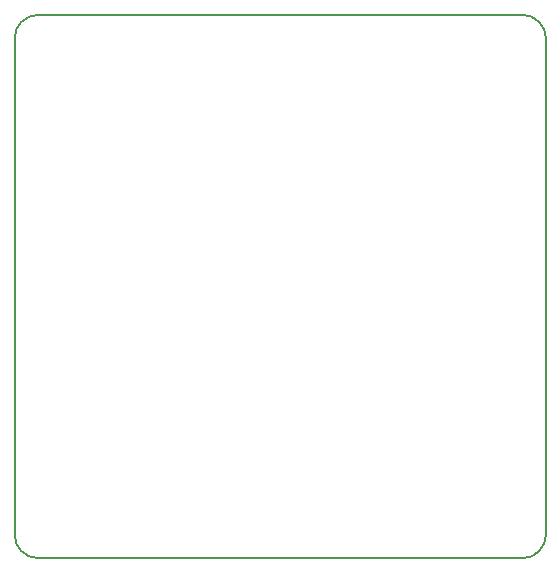
<source format=gbr>
%TF.GenerationSoftware,KiCad,Pcbnew,8.0.7*%
%TF.CreationDate,2025-04-07T22:13:35-04:00*%
%TF.ProjectId,motor-controller,6d6f746f-722d-4636-9f6e-74726f6c6c65,1*%
%TF.SameCoordinates,Original*%
%TF.FileFunction,Profile,NP*%
%FSLAX46Y46*%
G04 Gerber Fmt 4.6, Leading zero omitted, Abs format (unit mm)*
G04 Created by KiCad (PCBNEW 8.0.7) date 2025-04-07 22:13:35*
%MOMM*%
%LPD*%
G01*
G04 APERTURE LIST*
%TA.AperFunction,Profile*%
%ADD10C,0.200000*%
%TD*%
G04 APERTURE END LIST*
D10*
X230500000Y-123500000D02*
X189500000Y-123500000D01*
X187500000Y-125500000D02*
G75*
G02*
X189500000Y-123500000I2000000J0D01*
G01*
X230500000Y-169500000D02*
X189500000Y-169500000D01*
X230500000Y-123500000D02*
G75*
G02*
X232500000Y-125500000I0J-2000000D01*
G01*
X232500000Y-125500000D02*
X232500000Y-167500000D01*
X189500000Y-169500000D02*
G75*
G02*
X187500000Y-167500000I0J2000000D01*
G01*
X232500000Y-167500000D02*
G75*
G02*
X230500000Y-169500000I-2000000J0D01*
G01*
X187500000Y-125500000D02*
X187500000Y-167500000D01*
M02*

</source>
